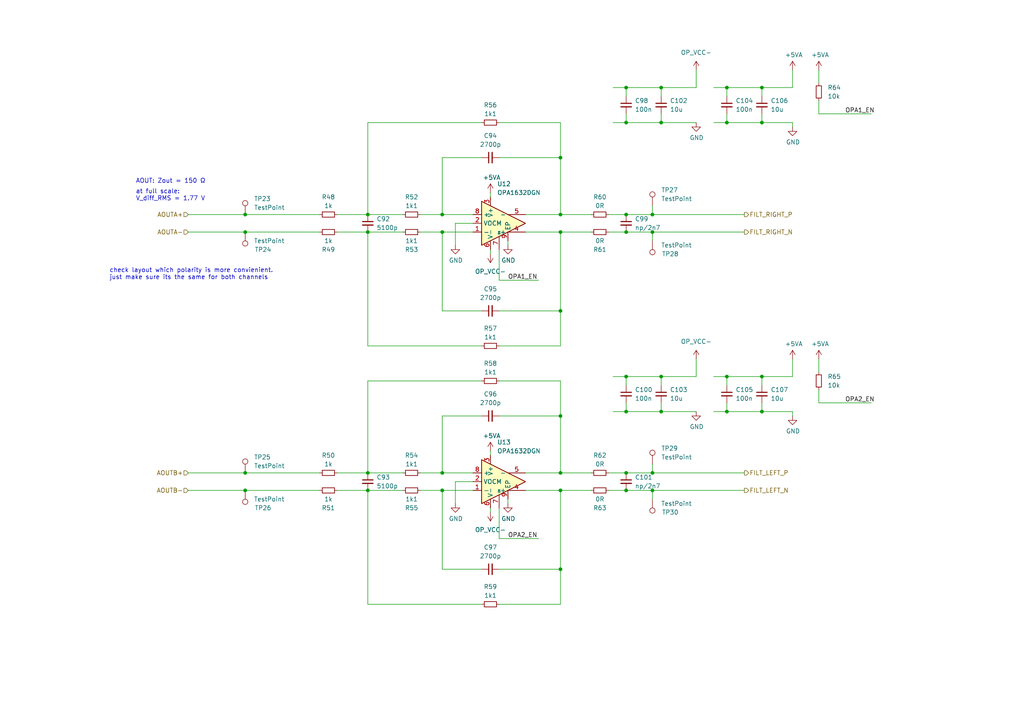
<source format=kicad_sch>
(kicad_sch (version 20230121) (generator eeschema)
  (paper "A4")
  (lib_symbols
    (symbol "Connector:TestPoint" (pin_numbers hide) (pin_names (offset 0.762) hide)
      (property "Reference" "TP" (at 0 6.858 0))
      (property "Value" "TestPoint" (at 0 5.08 0))
      (symbol "TestPoint_0_1"
        (circle (center 0 3.302) (radius 0.762))
      )
      (symbol "TestPoint_1_1"
        (pin passive line (at 0 0 90) (length 2.54) (name "1") (number "1"))
      )
    )
    (symbol "Device:C_Small" (pin_numbers hide) (pin_names (offset 0.254) hide)
      (property "Reference" "C" (at 0.254 1.778 0))
      (property "Value" "C_Small" (at 0.254 -2.032 0))
      (symbol "C_Small_0_1"
        (polyline (pts (xy -1.524 -0.508) (xy 1.524 -0.508)) (stroke (width 0.3302)))
        (polyline (pts (xy -1.524 0.508) (xy 1.524 0.508)) (stroke (width 0.3048)))
      )
      (symbol "C_Small_1_1"
        (pin passive line (at 0 2.54 270) (length 2.032) (name "~") (number "1"))
        (pin passive line (at 0 -2.54 90) (length 2.032) (name "~") (number "2"))
      )
    )
    (symbol "Device:R_Small" (pin_numbers hide) (pin_names (offset 0.254) hide)
      (property "Reference" "R" (at 0.762 0.508 0))
      (property "Value" "R_Small" (at 0.762 -1.016 0))
      (symbol "R_Small_0_1"
        (rectangle (start -0.762 1.778) (end 0.762 -1.778) (stroke (width 0.2032)))
      )
      (symbol "R_Small_1_1"
        (pin passive line (at 0 2.54 270) (length 0.762) (name "~") (number "1"))
        (pin passive line (at 0 -2.54 90) (length 0.762) (name "~") (number "2"))
      )
    )
    (symbol "LNIC_Amplifier_Operational:OPA1632DGNR"
      (property "Reference" "U" (at 6.35 8.89 0))
      (property "Value" "OPA1632DGN" (at 6.35 6.35 0))
      (symbol "OPA1632DGNR_0_1"
        (polyline (pts (xy -5.08 6.35) (xy -5.08 -6.35) (xy 7.62 0) (xy -5.08 6.35)) (stroke (width 0.254)) (fill (type background)))
      )
      (symbol "OPA1632DGNR_1_1"
        (pin input line (at -7.62 -2.54 0) (length 2.54) (name "-") (number "1"))
        (pin input line (at -7.62 0 0) (length 2.54) (name "VOCM") (number "2"))
        (pin power_in line (at -2.54 7.62 270) (length 2.54) (name "V+") (number "3"))
        (pin output line (at 7.62 -2.54 180) (length 5.08) (name "+") (number "4"))
        (pin output line (at 7.62 2.54 180) (length 5.08) (name "-") (number "5"))
        (pin power_in line (at -2.54 -7.62 90) (length 2.54) (name "V-") (number "6"))
        (pin input line (at 0 -7.62 90) (length 3.81) (name "EN") (number "7"))
        (pin input line (at -7.62 2.54 0) (length 2.54) (name "+") (number "8"))
        (pin power_in line (at 2.54 -5.08 90) (length 2.54) (name "EP") (number "9"))
      )
    )
    (symbol "LNIC_Symbols_Power:OP_VCC-" (power) (pin_names (offset 0)) (in_bom no) (on_board no)
      (property "Value" "OP_VCC-" (at 0 3.556 0))
      (symbol "OP_VCC-_0_1"
        (polyline (pts (xy -0.762 1.27) (xy 0 2.54)))
        (polyline (pts (xy 0 0) (xy 0 2.54)))
        (polyline (pts (xy 0 2.54) (xy 0.762 1.27)))
      )
      (symbol "OP_VCC-_1_1"
        (pin power_in line (at 0 0 90) (length 0) hide (name "OP_VCC-") (number "1"))
      )
    )
    (symbol "power:+5VA" (power) (pin_names (offset 0))
      (property "Value" "+5VA" (at 0 3.556 0))
      (symbol "+5VA_0_1"
        (polyline (pts (xy -0.762 1.27) (xy 0 2.54)))
        (polyline (pts (xy 0 0) (xy 0 2.54)))
        (polyline (pts (xy 0 2.54) (xy 0.762 1.27)))
      )
      (symbol "+5VA_1_1"
        (pin power_in line (at 0 0 90) (length 0) hide (name "+5VA") (number "1"))
      )
    )
    (symbol "power:GND" (power) (pin_names (offset 0))
      (property "Value" "GND" (at 0 -3.81 0))
      (symbol "GND_0_1"
        (polyline (pts (xy 0 0) (xy 0 -1.27) (xy 1.27 -1.27) (xy 0 -2.54) (xy -1.27 -1.27) (xy 0 -1.27)))
      )
      (symbol "GND_1_1"
        (pin power_in line (at 0 0 270) (length 0) hide (name "GND") (number "1"))
      )
    )
  )
  (junction (at 162.56 67.31))
  (junction (at 181.61 25.4))
  (junction (at 106.68 137.16))
  (junction (at 210.82 25.4))
  (junction (at 162.56 142.24))
  (junction (at 210.82 119.38))
  (junction (at 220.98 109.22))
  (junction (at 181.61 62.23))
  (junction (at 106.68 67.31))
  (junction (at 191.77 25.4))
  (junction (at 128.27 137.16))
  (junction (at 71.12 67.31))
  (junction (at 128.27 62.23))
  (junction (at 162.56 137.16))
  (junction (at 191.77 119.38))
  (junction (at 189.23 67.31))
  (junction (at 191.77 35.56))
  (junction (at 210.82 35.56))
  (junction (at 71.12 142.24))
  (junction (at 220.98 119.38))
  (junction (at 106.68 62.23))
  (junction (at 189.23 142.24))
  (junction (at 181.61 67.31))
  (junction (at 220.98 25.4))
  (junction (at 162.56 165.1))
  (junction (at 162.56 45.72))
  (junction (at 181.61 142.24))
  (junction (at 128.27 67.31))
  (junction (at 210.82 109.22))
  (junction (at 181.61 119.38))
  (junction (at 181.61 35.56))
  (junction (at 162.56 62.23))
  (junction (at 162.56 120.65))
  (junction (at 106.68 142.24))
  (junction (at 162.56 90.17))
  (junction (at 71.12 137.16))
  (junction (at 128.27 142.24))
  (junction (at 189.23 137.16))
  (junction (at 191.77 109.22))
  (junction (at 189.23 62.23))
  (junction (at 220.98 35.56))
  (junction (at 181.61 109.22))
  (junction (at 181.61 137.16))
  (junction (at 71.12 62.23))
  (wire (pts (xy 97.79 62.23) (xy 106.68 62.23)))
  (wire (pts (xy 237.49 29.21) (xy 237.49 33.02)))
  (wire (pts (xy 220.98 119.38) (xy 229.87 119.38)))
  (wire (pts (xy 189.23 62.23) (xy 215.9 62.23)))
  (wire (pts (xy 128.27 67.31) (xy 137.16 67.31)))
  (wire (pts (xy 144.78 156.21) (xy 156.21 156.21)))
  (wire (pts (xy 139.7 110.49) (xy 106.68 110.49)))
  (wire (pts (xy 189.23 67.31) (xy 215.9 67.31)))
  (wire (pts (xy 191.77 119.38) (xy 181.61 119.38)))
  (wire (pts (xy 181.61 111.76) (xy 181.61 109.22)))
  (wire (pts (xy 144.78 147.32) (xy 144.78 156.21)))
  (wire (pts (xy 139.7 120.65) (xy 128.27 120.65)))
  (wire (pts (xy 106.68 110.49) (xy 106.68 137.16)))
  (wire (pts (xy 177.8 119.38) (xy 181.61 119.38)))
  (wire (pts (xy 71.12 67.31) (xy 92.71 67.31)))
  (wire (pts (xy 210.82 35.56) (xy 220.98 35.56)))
  (wire (pts (xy 191.77 25.4) (xy 191.77 27.94)))
  (wire (pts (xy 210.82 116.84) (xy 210.82 119.38)))
  (wire (pts (xy 121.92 62.23) (xy 128.27 62.23)))
  (wire (pts (xy 128.27 90.17) (xy 128.27 67.31)))
  (wire (pts (xy 128.27 45.72) (xy 128.27 62.23)))
  (wire (pts (xy 220.98 109.22) (xy 229.87 109.22)))
  (wire (pts (xy 144.78 90.17) (xy 162.56 90.17)))
  (wire (pts (xy 181.61 33.02) (xy 181.61 35.56)))
  (wire (pts (xy 220.98 116.84) (xy 220.98 119.38)))
  (wire (pts (xy 132.08 64.77) (xy 137.16 64.77)))
  (wire (pts (xy 210.82 119.38) (xy 220.98 119.38)))
  (wire (pts (xy 106.68 142.24) (xy 116.84 142.24)))
  (wire (pts (xy 176.53 62.23) (xy 181.61 62.23)))
  (wire (pts (xy 152.4 137.16) (xy 162.56 137.16)))
  (wire (pts (xy 191.77 33.02) (xy 191.77 35.56)))
  (wire (pts (xy 144.78 120.65) (xy 162.56 120.65)))
  (wire (pts (xy 189.23 134.62) (xy 189.23 137.16)))
  (wire (pts (xy 181.61 25.4) (xy 191.77 25.4)))
  (wire (pts (xy 220.98 25.4) (xy 229.87 25.4)))
  (wire (pts (xy 147.32 69.85) (xy 147.32 71.12)))
  (wire (pts (xy 201.93 119.38) (xy 191.77 119.38)))
  (wire (pts (xy 237.49 33.02) (xy 252.73 33.02)))
  (wire (pts (xy 128.27 165.1) (xy 128.27 142.24)))
  (wire (pts (xy 144.78 175.26) (xy 162.56 175.26)))
  (wire (pts (xy 162.56 142.24) (xy 171.45 142.24)))
  (wire (pts (xy 237.49 20.32) (xy 237.49 24.13)))
  (wire (pts (xy 128.27 62.23) (xy 137.16 62.23)))
  (wire (pts (xy 139.7 175.26) (xy 106.68 175.26)))
  (wire (pts (xy 220.98 35.56) (xy 229.87 35.56)))
  (wire (pts (xy 207.01 119.38) (xy 210.82 119.38)))
  (wire (pts (xy 97.79 142.24) (xy 106.68 142.24)))
  (wire (pts (xy 144.78 165.1) (xy 162.56 165.1)))
  (wire (pts (xy 139.7 45.72) (xy 128.27 45.72)))
  (wire (pts (xy 132.08 139.7) (xy 137.16 139.7)))
  (wire (pts (xy 207.01 35.56) (xy 210.82 35.56)))
  (wire (pts (xy 144.78 100.33) (xy 162.56 100.33)))
  (wire (pts (xy 152.4 142.24) (xy 162.56 142.24)))
  (wire (pts (xy 147.32 144.78) (xy 147.32 146.05)))
  (wire (pts (xy 142.24 130.81) (xy 142.24 132.08)))
  (wire (pts (xy 237.49 116.84) (xy 252.73 116.84)))
  (wire (pts (xy 181.61 27.94) (xy 181.61 25.4)))
  (wire (pts (xy 181.61 142.24) (xy 189.23 142.24)))
  (wire (pts (xy 139.7 35.56) (xy 106.68 35.56)))
  (wire (pts (xy 220.98 33.02) (xy 220.98 35.56)))
  (wire (pts (xy 128.27 142.24) (xy 137.16 142.24)))
  (wire (pts (xy 176.53 137.16) (xy 181.61 137.16)))
  (wire (pts (xy 71.12 142.24) (xy 92.71 142.24)))
  (wire (pts (xy 71.12 137.16) (xy 92.71 137.16)))
  (wire (pts (xy 142.24 72.39) (xy 142.24 73.66)))
  (wire (pts (xy 106.68 175.26) (xy 106.68 142.24)))
  (wire (pts (xy 210.82 109.22) (xy 210.82 111.76)))
  (wire (pts (xy 162.56 165.1) (xy 162.56 142.24)))
  (wire (pts (xy 106.68 62.23) (xy 116.84 62.23)))
  (wire (pts (xy 106.68 100.33) (xy 106.68 67.31)))
  (wire (pts (xy 189.23 59.69) (xy 189.23 62.23)))
  (wire (pts (xy 162.56 45.72) (xy 162.56 35.56)))
  (wire (pts (xy 237.49 113.03) (xy 237.49 116.84)))
  (wire (pts (xy 201.93 20.32) (xy 201.93 25.4)))
  (wire (pts (xy 201.93 35.56) (xy 191.77 35.56)))
  (wire (pts (xy 128.27 120.65) (xy 128.27 137.16)))
  (wire (pts (xy 152.4 62.23) (xy 162.56 62.23)))
  (wire (pts (xy 144.78 72.39) (xy 144.78 81.28)))
  (wire (pts (xy 128.27 137.16) (xy 137.16 137.16)))
  (wire (pts (xy 162.56 35.56) (xy 144.78 35.56)))
  (wire (pts (xy 54.61 142.24) (xy 71.12 142.24)))
  (wire (pts (xy 162.56 110.49) (xy 144.78 110.49)))
  (wire (pts (xy 121.92 137.16) (xy 128.27 137.16)))
  (wire (pts (xy 220.98 25.4) (xy 220.98 27.94)))
  (wire (pts (xy 132.08 71.12) (xy 132.08 64.77)))
  (wire (pts (xy 191.77 25.4) (xy 201.93 25.4)))
  (wire (pts (xy 181.61 137.16) (xy 189.23 137.16)))
  (wire (pts (xy 229.87 104.14) (xy 229.87 109.22)))
  (wire (pts (xy 207.01 109.22) (xy 210.82 109.22)))
  (wire (pts (xy 144.78 81.28) (xy 156.21 81.28)))
  (wire (pts (xy 97.79 67.31) (xy 106.68 67.31)))
  (wire (pts (xy 181.61 62.23) (xy 189.23 62.23)))
  (wire (pts (xy 121.92 67.31) (xy 128.27 67.31)))
  (wire (pts (xy 162.56 67.31) (xy 171.45 67.31)))
  (wire (pts (xy 191.77 116.84) (xy 191.77 119.38)))
  (wire (pts (xy 181.61 67.31) (xy 189.23 67.31)))
  (wire (pts (xy 162.56 90.17) (xy 162.56 67.31)))
  (wire (pts (xy 191.77 35.56) (xy 181.61 35.56)))
  (wire (pts (xy 220.98 109.22) (xy 220.98 111.76)))
  (wire (pts (xy 139.7 165.1) (xy 128.27 165.1)))
  (wire (pts (xy 139.7 100.33) (xy 106.68 100.33)))
  (wire (pts (xy 132.08 146.05) (xy 132.08 139.7)))
  (wire (pts (xy 162.56 175.26) (xy 162.56 165.1)))
  (wire (pts (xy 142.24 147.32) (xy 142.24 148.59)))
  (wire (pts (xy 162.56 100.33) (xy 162.56 90.17)))
  (wire (pts (xy 106.68 67.31) (xy 116.84 67.31)))
  (wire (pts (xy 139.7 90.17) (xy 128.27 90.17)))
  (wire (pts (xy 162.56 137.16) (xy 171.45 137.16)))
  (wire (pts (xy 191.77 109.22) (xy 191.77 111.76)))
  (wire (pts (xy 106.68 137.16) (xy 116.84 137.16)))
  (wire (pts (xy 54.61 62.23) (xy 71.12 62.23)))
  (wire (pts (xy 210.82 25.4) (xy 210.82 27.94)))
  (wire (pts (xy 142.24 55.88) (xy 142.24 57.15)))
  (wire (pts (xy 144.78 45.72) (xy 162.56 45.72)))
  (wire (pts (xy 210.82 33.02) (xy 210.82 35.56)))
  (wire (pts (xy 181.61 116.84) (xy 181.61 119.38)))
  (wire (pts (xy 189.23 144.78) (xy 189.23 142.24)))
  (wire (pts (xy 71.12 62.23) (xy 92.71 62.23)))
  (wire (pts (xy 177.8 25.4) (xy 181.61 25.4)))
  (wire (pts (xy 229.87 20.32) (xy 229.87 25.4)))
  (wire (pts (xy 162.56 120.65) (xy 162.56 110.49)))
  (wire (pts (xy 207.01 25.4) (xy 210.82 25.4)))
  (wire (pts (xy 162.56 120.65) (xy 162.56 137.16)))
  (wire (pts (xy 191.77 109.22) (xy 201.93 109.22)))
  (wire (pts (xy 162.56 45.72) (xy 162.56 62.23)))
  (wire (pts (xy 210.82 25.4) (xy 220.98 25.4)))
  (wire (pts (xy 210.82 109.22) (xy 220.98 109.22)))
  (wire (pts (xy 97.79 137.16) (xy 106.68 137.16)))
  (wire (pts (xy 181.61 109.22) (xy 191.77 109.22)))
  (wire (pts (xy 54.61 137.16) (xy 71.12 137.16)))
  (wire (pts (xy 176.53 142.24) (xy 181.61 142.24)))
  (wire (pts (xy 152.4 67.31) (xy 162.56 67.31)))
  (wire (pts (xy 189.23 137.16) (xy 215.9 137.16)))
  (wire (pts (xy 176.53 67.31) (xy 181.61 67.31)))
  (wire (pts (xy 189.23 142.24) (xy 215.9 142.24)))
  (wire (pts (xy 229.87 119.38) (xy 229.87 120.65)))
  (wire (pts (xy 237.49 104.14) (xy 237.49 107.95)))
  (wire (pts (xy 121.92 142.24) (xy 128.27 142.24)))
  (wire (pts (xy 189.23 69.85) (xy 189.23 67.31)))
  (wire (pts (xy 162.56 62.23) (xy 171.45 62.23)))
  (wire (pts (xy 177.8 109.22) (xy 181.61 109.22)))
  (wire (pts (xy 177.8 35.56) (xy 181.61 35.56)))
  (wire (pts (xy 54.61 67.31) (xy 71.12 67.31)))
  (wire (pts (xy 106.68 35.56) (xy 106.68 62.23)))
  (wire (pts (xy 201.93 104.14) (xy 201.93 109.22)))
  (wire (pts (xy 229.87 35.56) (xy 229.87 36.83)))
  (text "at full scale:\nV_diff_RMS = 1.77 V" (at 39.37 58.42 0) (effects (font (size 1.27 1.27)) (justify left bottom)))
  (text "check layout which polarity is more convienient.\njust make sure its the same for both channels" (at 31.75 81.28 0) (effects (font (size 1.27 1.27)) (justify left bottom)))
  (text "AOUT: Zout = 150 Ω" (at 39.37 53.34 0) (effects (font (size 1.27 1.27)) (justify left bottom)))
  (label "OPA1_EN" (at 147.32 81.28 0))
  (label "OPA2_EN" (at 147.32 156.21 0))
  (label "OPA2_EN" (at 245.11 116.84 0))
  (label "OPA1_EN" (at 245.11 33.02 0))
  (hierarchical_label "AOUTA-" (shape input) (at 54.61 67.31 180))
  (hierarchical_label "AOUTB+" (shape input) (at 54.61 137.16 180))
  (hierarchical_label "FILT_LEFT_N" (shape output) (at 215.9 142.24 0))
  (hierarchical_label "FILT_RIGHT_N" (shape output) (at 215.9 67.31 0))
  (hierarchical_label "AOUTB-" (shape input) (at 54.61 142.24 180))
  (hierarchical_label "AOUTA+" (shape input) (at 54.61 62.23 180))
  (hierarchical_label "FILT_LEFT_P" (shape output) (at 215.9 137.16 0))
  (hierarchical_label "FILT_RIGHT_P" (shape output) (at 215.9 62.23 0))
  (symbol (lib_id "Device:C_Small") (at 181.61 114.3 0) (unit 1)
    (property "Reference" "C100" (at 184.15 113.0363 0) (effects (justify left)))
    (property "Value" "100n" (at 184.15 115.5763 0) (effects (justify left)))
    (property "Footprint" "Capacitor_SMD:C_0603_1608Metric" (effects hide))
  )
  (symbol (lib_id "Device:C_Small") (at 106.68 64.77 0) (unit 1)
    (property "Reference" "C92" (at 109.22 63.5063 0) (effects (justify left)))
    (property "Value" "5100p" (at 109.22 66.0463 0) (effects (justify left)))
    (property "Footprint" "Capacitor_SMD:C_0603_1608Metric" (effects hide))
  )
  (symbol (lib_id "Device:C_Small") (at 181.61 64.77 0) (unit 1)
    (property "Reference" "C99" (at 184.15 63.5063 0) (effects (justify left)))
    (property "Value" "np/2n7" (at 184.15 66.0463 0) (effects (justify left)))
    (property "Footprint" "Capacitor_SMD:C_0603_1608Metric" (effects hide))
  )
  (symbol (lib_id "Connector:TestPoint") (at 189.23 144.78 180) (unit 1)
    (property "Reference" "TP30" (at 196.85 148.59 0) (effects (justify left)))
    (property "Value" "TestPoint" (at 200.66 146.05 0) (effects (justify left)))
    (property "Footprint" "TestPoint:TestPoint_Pad_D2.0mm" (effects hide))
  )
  (symbol (lib_id "Connector:TestPoint") (at 71.12 137.16 0) (unit 1)
    (property "Reference" "TP25" (at 73.66 132.588 0) (effects (justify left)))
    (property "Value" "TestPoint" (at 73.66 135.128 0) (effects (justify left)))
    (property "Footprint" "TestPoint:TestPoint_Pad_D2.0mm" (effects hide))
  )
  (symbol (lib_id "Device:C_Small") (at 220.98 114.3 0) (unit 1)
    (property "Reference" "C107" (at 223.52 113.0363 0) (effects (justify left)))
    (property "Value" "10u" (at 223.52 115.5763 0) (effects (justify left)))
    (property "Footprint" "Capacitor_SMD:C_0603_1608Metric" (effects hide))
  )
  (symbol (lib_id "power:GND") (at 229.87 120.65 0) (unit 1)
    (property "Reference" "#PWR?" (effects hide))
    (property "Value" "GND" (at 229.997 125.0442 0))
    (instances (project "ample" (path "" (reference "#PWR?") (unit 1)) (path "" (reference "#PWR?") (unit 1)) (path "" (reference "#PWR0154") (unit 1))))
  )
  (symbol (lib_id "Device:R_Small") (at 95.25 62.23 90) (unit 1)
    (property "Reference" "R48" (at 95.25 57.15 90))
    (property "Value" "1k" (at 95.25 59.69 90))
    (property "Footprint" "Resistor_SMD:R_0603_1608Metric" (effects hide))
  )
  (symbol (lib_id "Device:R_Small") (at 173.99 62.23 90) (unit 1)
    (property "Reference" "R60" (at 173.99 57.15 90))
    (property "Value" "0R" (at 173.99 59.69 90))
    (property "Footprint" "Resistor_SMD:R_0603_1608Metric" (effects hide))
  )
  (symbol (lib_id "Device:C_Small") (at 142.24 45.72 90) (unit 1)
    (property "Reference" "C94" (at 142.2463 39.37 90))
    (property "Value" "2700p" (at 142.2463 41.91 90))
    (property "Footprint" "Capacitor_SMD:C_0603_1608Metric" (effects hide))
  )
  (symbol (lib_id "Device:C_Small") (at 220.98 30.48 0) (unit 1)
    (property "Reference" "C106" (at 223.52 29.2163 0) (effects (justify left)))
    (property "Value" "10u" (at 223.52 31.7563 0) (effects (justify left)))
    (property "Footprint" "Capacitor_SMD:C_0603_1608Metric" (effects hide))
  )
  (symbol (lib_id "Device:R_Small") (at 237.49 110.49 0) (unit 1)
    (property "Reference" "R65" (at 240.03 109.22 0) (effects (justify left)))
    (property "Value" "10k" (at 240.03 111.76 0) (effects (justify left)))
    (property "Footprint" "Resistor_SMD:R_0603_1608Metric" (effects hide))
  )
  (symbol (lib_id "power:GND") (at 201.93 35.56 0) (unit 1)
    (property "Reference" "#PWR?" (effects hide))
    (property "Value" "GND" (at 202.057 39.9542 0))
    (instances (project "ample" (path "" (reference "#PWR?") (unit 1)) (path "" (reference "#PWR?") (unit 1)) (path "" (reference "#PWR0148") (unit 1))))
  )
  (symbol (lib_id "power:GND") (at 147.32 71.12 0) (unit 1)
    (property "Reference" "#PWR?" (effects hide))
    (property "Value" "GND" (at 147.447 75.5142 0))
    (instances (project "ample" (path "" (reference "#PWR?") (unit 1)) (path "" (reference "#PWR?") (unit 1)) (path "" (reference "#PWR0145") (unit 1))))
  )
  (symbol (lib_id "power:GND") (at 132.08 71.12 0) (unit 1)
    (property "Reference" "#PWR?" (effects hide))
    (property "Value" "GND" (at 132.207 75.5142 0))
    (instances (project "ample" (path "" (reference "#PWR?") (unit 1)) (path "" (reference "#PWR?") (unit 1)) (path "" (reference "#PWR0139") (unit 1))))
  )
  (symbol (lib_id "Device:C_Small") (at 191.77 30.48 0) (unit 1)
    (property "Reference" "C102" (at 194.31 29.2163 0) (effects (justify left)))
    (property "Value" "10u" (at 194.31 31.7563 0) (effects (justify left)))
    (property "Footprint" "Capacitor_SMD:C_0603_1608Metric" (effects hide))
  )
  (symbol (lib_id "Device:R_Small") (at 95.25 67.31 90) (unit 1)
    (property "Reference" "R49" (at 95.25 72.39 90))
    (property "Value" "1k" (at 95.25 69.85 90))
    (property "Footprint" "Resistor_SMD:R_0603_1608Metric" (effects hide))
  )
  (symbol (lib_id "Device:R_Small") (at 142.24 110.49 90) (unit 1)
    (property "Reference" "R58" (at 142.24 105.41 90))
    (property "Value" "1k1" (at 142.24 107.95 90))
    (property "Footprint" "Resistor_SMD:R_0603_1608Metric" (effects hide))
  )
  (symbol (lib_id "Device:R_Small") (at 119.38 67.31 90) (unit 1)
    (property "Reference" "R53" (at 119.38 72.39 90))
    (property "Value" "1k1" (at 119.38 69.85 90))
    (property "Footprint" "Resistor_SMD:R_0603_1608Metric" (effects hide))
  )
  (symbol (lib_id "Device:C_Small") (at 181.61 30.48 0) (unit 1)
    (property "Reference" "C98" (at 184.15 29.2163 0) (effects (justify left)))
    (property "Value" "100n" (at 184.15 31.7563 0) (effects (justify left)))
    (property "Footprint" "Capacitor_SMD:C_0603_1608Metric" (effects hide))
  )
  (symbol (lib_id "Device:C_Small") (at 191.77 114.3 0) (unit 1)
    (property "Reference" "C103" (at 194.31 113.0363 0) (effects (justify left)))
    (property "Value" "10u" (at 194.31 115.5763 0) (effects (justify left)))
    (property "Footprint" "Capacitor_SMD:C_0603_1608Metric" (effects hide))
  )
  (symbol (lib_id "Device:R_Small") (at 173.99 67.31 90) (unit 1)
    (property "Reference" "R61" (at 173.99 72.39 90))
    (property "Value" "0R" (at 173.99 69.85 90))
    (property "Footprint" "Resistor_SMD:R_0603_1608Metric" (effects hide))
  )
  (symbol (lib_id "Device:R_Small") (at 119.38 142.24 90) (unit 1)
    (property "Reference" "R55" (at 119.38 147.32 90))
    (property "Value" "1k1" (at 119.38 144.78 90))
    (property "Footprint" "Resistor_SMD:R_0603_1608Metric" (effects hide))
  )
  (symbol (lib_id "Device:R_Small") (at 142.24 100.33 90) (unit 1)
    (property "Reference" "R57" (at 142.24 95.25 90))
    (property "Value" "1k1" (at 142.24 97.79 90))
    (property "Footprint" "Resistor_SMD:R_0603_1608Metric" (effects hide))
  )
  (symbol (lib_id "Device:R_Small") (at 173.99 142.24 90) (unit 1)
    (property "Reference" "R63" (at 173.99 147.32 90))
    (property "Value" "0R" (at 173.99 144.78 90))
    (property "Footprint" "Resistor_SMD:R_0603_1608Metric" (effects hide))
  )
  (symbol (lib_id "Device:C_Small") (at 181.61 139.7 0) (unit 1)
    (property "Reference" "C101" (at 184.15 138.4363 0) (effects (justify left)))
    (property "Value" "np/2n7" (at 184.15 140.9763 0) (effects (justify left)))
    (property "Footprint" "Capacitor_SMD:C_0603_1608Metric" (effects hide))
  )
  (symbol (lib_id "Device:R_Small") (at 119.38 137.16 90) (unit 1)
    (property "Reference" "R54" (at 119.38 132.08 90))
    (property "Value" "1k1" (at 119.38 134.62 90))
    (property "Footprint" "Resistor_SMD:R_0603_1608Metric" (effects hide))
  )
  (symbol (lib_id "Device:R_Small") (at 95.25 137.16 90) (unit 1)
    (property "Reference" "R50" (at 95.25 132.08 90))
    (property "Value" "1k" (at 95.25 134.62 90))
    (property "Footprint" "Resistor_SMD:R_0603_1608Metric" (effects hide))
  )
  (symbol (lib_id "power:+5VA") (at 229.87 20.32 0) (unit 1)
    (property "Reference" "#PWR?" (effects hide))
    (property "Value" "+5VA" (at 230.251 15.9258 0))
    (instances (project "ample" (path "" (reference "#PWR?") (unit 1)) (path "" (reference "#PWR0151") (unit 1))))
  )
  (symbol (lib_id "Device:R_Small") (at 142.24 175.26 90) (unit 1)
    (property "Reference" "R59" (at 142.24 170.18 90))
    (property "Value" "1k1" (at 142.24 172.72 90))
    (property "Footprint" "Resistor_SMD:R_0603_1608Metric" (effects hide))
  )
  (symbol (lib_id "Device:C_Small") (at 106.68 139.7 0) (unit 1)
    (property "Reference" "C93" (at 109.22 138.4363 0) (effects (justify left)))
    (property "Value" "5100p" (at 109.22 140.9763 0) (effects (justify left)))
    (property "Footprint" "Capacitor_SMD:C_0603_1608Metric" (effects hide))
  )
  (symbol (lib_id "LNIC_Amplifier_Operational:OPA1632DGNR") (at 144.78 64.77 0) (unit 1)
    (property "Reference" "U12" (at 144.1959 53.34 0) (effects (justify left)))
    (property "Value" "OPA1632DGN" (at 144.1959 55.88 0) (effects (justify left)))
    (property "Footprint" "LNIC_Package_SO:VSSOP-8_3.0x3.0mm_P0.65mm_EP1.57x1.89mm" (effects hide))
    (property "Datasheet" "https://www.ti.com/lit/ds/symlink/opa1632.pdf" (effects hide))
  )
  (symbol (lib_id "Device:C_Small") (at 142.24 90.17 90) (unit 1)
    (property "Reference" "C95" (at 142.2463 83.82 90))
    (property "Value" "2700p" (at 142.2463 86.36 90))
    (property "Footprint" "Capacitor_SMD:C_0603_1608Metric" (effects hide))
  )
  (symbol (lib_id "power:+5VA") (at 237.49 20.32 0) (unit 1)
    (property "Reference" "#PWR?" (effects hide))
    (property "Value" "+5VA" (at 237.871 15.9258 0))
    (instances (project "ample" (path "" (reference "#PWR?") (unit 1)) (path "" (reference "#PWR0155") (unit 1))))
  )
  (symbol (lib_id "Device:C_Small") (at 142.24 120.65 90) (unit 1)
    (property "Reference" "C96" (at 142.2463 114.3 90))
    (property "Value" "2700p" (at 142.2463 116.84 90))
    (property "Footprint" "Capacitor_SMD:C_0603_1608Metric" (effects hide))
  )
  (symbol (lib_id "power:GND") (at 132.08 146.05 0) (unit 1)
    (property "Reference" "#PWR?" (effects hide))
    (property "Value" "GND" (at 132.207 150.4442 0))
    (instances (project "ample" (path "" (reference "#PWR?") (unit 1)) (path "" (reference "#PWR?") (unit 1)) (path "" (reference "#PWR0140") (unit 1))))
  )
  (symbol (lib_id "power:+5VA") (at 142.24 130.81 0) (unit 1)
    (property "Reference" "#PWR?" (effects hide))
    (property "Value" "+5VA" (at 142.621 126.4158 0))
    (instances (project "ample" (path "" (reference "#PWR?") (unit 1)) (path "" (reference "#PWR0143") (unit 1))))
  )
  (symbol (lib_id "LNIC_Symbols_Power:OP_VCC-") (at 201.93 104.14 0) (unit 1) (in_bom no) (on_board no)
    (property "Reference" "#PWR?" (effects hide))
    (property "Value" "OP_VCC-" (at 201.93 99.06 0))
    (instances (project "ample" (path "" (reference "#PWR?") (unit 1)) (path "" (reference "#PWR0149") (unit 1))))
  )
  (symbol (lib_id "Device:R_Small") (at 119.38 62.23 90) (unit 1)
    (property "Reference" "R52" (at 119.38 57.15 90))
    (property "Value" "1k1" (at 119.38 59.69 90))
    (property "Footprint" "Resistor_SMD:R_0603_1608Metric" (effects hide))
  )
  (symbol (lib_id "power:+5VA") (at 237.49 104.14 0) (unit 1)
    (property "Reference" "#PWR?" (effects hide))
    (property "Value" "+5VA" (at 237.871 99.7458 0))
    (instances (project "ample" (path "" (reference "#PWR?") (unit 1)) (path "" (reference "#PWR0156") (unit 1))))
  )
  (symbol (lib_id "LNIC_Symbols_Power:OP_VCC-") (at 201.93 20.32 0) (unit 1) (in_bom no) (on_board no)
    (property "Reference" "#PWR?" (effects hide))
    (property "Value" "OP_VCC-" (at 201.93 15.24 0))
    (instances (project "ample" (path "" (reference "#PWR?") (unit 1)) (path "" (reference "#PWR0147") (unit 1))))
  )
  (symbol (lib_id "power:+5VA") (at 142.24 55.88 0) (unit 1)
    (property "Reference" "#PWR?" (effects hide))
    (property "Value" "+5VA" (at 142.621 51.4858 0))
    (instances (project "ample" (path "" (reference "#PWR?") (unit 1)) (path "" (reference "#PWR0141") (unit 1))))
  )
  (symbol (lib_id "Device:R_Small") (at 142.24 35.56 90) (unit 1)
    (property "Reference" "R56" (at 142.24 30.48 90))
    (property "Value" "1k1" (at 142.24 33.02 90))
    (property "Footprint" "Resistor_SMD:R_0603_1608Metric" (effects hide))
  )
  (symbol (lib_id "LNIC_Symbols_Power:OP_VCC-") (at 142.24 73.66 180) (unit 1) (in_bom no) (on_board no)
    (property "Reference" "#PWR?" (effects hide))
    (property "Value" "OP_VCC-" (at 142.24 78.74 0))
    (instances (project "ample" (path "" (reference "#PWR?") (unit 1)) (path "" (reference "#PWR0142") (unit 1))))
  )
  (symbol (lib_id "power:+5VA") (at 229.87 104.14 0) (unit 1)
    (property "Reference" "#PWR?" (effects hide))
    (property "Value" "+5VA" (at 230.251 99.7458 0))
    (instances (project "ample" (path "" (reference "#PWR?") (unit 1)) (path "" (reference "#PWR0153") (unit 1))))
  )
  (symbol (lib_id "LNIC_Symbols_Power:OP_VCC-") (at 142.24 148.59 180) (unit 1) (in_bom no) (on_board no)
    (property "Reference" "#PWR?" (effects hide))
    (property "Value" "OP_VCC-" (at 142.24 153.67 0))
    (instances (project "ample" (path "" (reference "#PWR?") (unit 1)) (path "" (reference "#PWR0144") (unit 1))))
  )
  (symbol (lib_id "Connector:TestPoint") (at 71.12 62.23 0) (unit 1)
    (property "Reference" "TP23" (at 73.66 57.658 0) (effects (justify left)))
    (property "Value" "TestPoint" (at 73.66 60.198 0) (effects (justify left)))
    (property "Footprint" "TestPoint:TestPoint_Pad_D2.0mm" (effects hide))
  )
  (symbol (lib_id "Device:C_Small") (at 142.24 165.1 90) (unit 1)
    (property "Reference" "C97" (at 142.2463 158.75 90))
    (property "Value" "2700p" (at 142.2463 161.29 90))
    (property "Footprint" "Capacitor_SMD:C_0603_1608Metric" (effects hide))
  )
  (symbol (lib_id "Device:R_Small") (at 237.49 26.67 0) (unit 1)
    (property "Reference" "R64" (at 240.03 25.4 0) (effects (justify left)))
    (property "Value" "10k" (at 240.03 27.94 0) (effects (justify left)))
    (property "Footprint" "Resistor_SMD:R_0603_1608Metric" (effects hide))
  )
  (symbol (lib_id "Connector:TestPoint") (at 189.23 59.69 0) (unit 1)
    (property "Reference" "TP27" (at 191.77 55.118 0) (effects (justify left)))
    (property "Value" "TestPoint" (at 191.77 57.658 0) (effects (justify left)))
    (property "Footprint" "TestPoint:TestPoint_Pad_D2.0mm" (effects hide))
  )
  (symbol (lib_id "Device:C_Small") (at 210.82 30.48 0) (unit 1)
    (property "Reference" "C104" (at 213.36 29.2163 0) (effects (justify left)))
    (property "Value" "100n" (at 213.36 31.7563 0) (effects (justify left)))
    (property "Footprint" "Capacitor_SMD:C_0603_1608Metric" (effects hide))
  )
  (symbol (lib_id "Connector:TestPoint") (at 189.23 69.85 180) (unit 1)
    (property "Reference" "TP28" (at 196.85 73.66 0) (effects (justify left)))
    (property "Value" "TestPoint" (at 200.66 71.12 0) (effects (justify left)))
    (property "Footprint" "TestPoint:TestPoint_Pad_D2.0mm" (effects hide))
  )
  (symbol (lib_id "Connector:TestPoint") (at 71.12 67.31 180) (unit 1)
    (property "Reference" "TP24" (at 78.74 72.39 0) (effects (justify left)))
    (property "Value" "TestPoint" (at 82.55 69.85 0) (effects (justify left)))
    (property "Footprint" "TestPoint:TestPoint_Pad_D2.0mm" (effects hide))
  )
  (symbol (lib_id "Device:R_Small") (at 173.99 137.16 90) (unit 1)
    (property "Reference" "R62" (at 173.99 132.08 90))
    (property "Value" "0R" (at 173.99 134.62 90))
    (property "Footprint" "Resistor_SMD:R_0603_1608Metric" (effects hide))
  )
  (symbol (lib_id "Connector:TestPoint") (at 189.23 134.62 0) (unit 1)
    (property "Reference" "TP29" (at 191.77 130.048 0) (effects (justify left)))
    (property "Value" "TestPoint" (at 191.77 132.588 0) (effects (justify left)))
    (property "Footprint" "TestPoint:TestPoint_Pad_D2.0mm" (effects hide))
  )
  (symbol (lib_id "Connector:TestPoint") (at 71.12 142.24 180) (unit 1)
    (property "Reference" "TP26" (at 78.74 147.32 0) (effects (justify left)))
    (property "Value" "TestPoint" (at 82.55 144.78 0) (effects (justify left)))
    (property "Footprint" "TestPoint:TestPoint_Pad_D2.0mm" (effects hide))
  )
  (symbol (lib_id "power:GND") (at 201.93 119.38 0) (unit 1)
    (property "Reference" "#PWR?" (effects hide))
    (property "Value" "GND" (at 202.057 123.7742 0))
    (instances (project "ample" (path "" (reference "#PWR?") (unit 1)) (path "" (reference "#PWR?") (unit 1)) (path "" (reference "#PWR0150") (unit 1))))
  )
  (symbol (lib_id "LNIC_Amplifier_Operational:OPA1632DGNR") (at 144.78 139.7 0) (unit 1)
    (property "Reference" "U13" (at 144.1959 128.27 0) (effects (justify left)))
    (property "Value" "OPA1632DGN" (at 144.1959 130.81 0) (effects (justify left)))
    (property "Footprint" "LNIC_Package_SO:VSSOP-8_3.0x3.0mm_P0.65mm_EP1.57x1.89mm" (effects hide))
    (property "Datasheet" "https://www.ti.com/lit/ds/symlink/opa1632.pdf" (effects hide))
  )
  (symbol (lib_id "power:GND") (at 229.87 36.83 0) (unit 1)
    (property "Reference" "#PWR?" (effects hide))
    (property "Value" "GND" (at 229.997 41.2242 0))
    (instances (project "ample" (path "" (reference "#PWR?") (unit 1)) (path "" (reference "#PWR?") (unit 1)) (path "" (reference "#PWR0152") (unit 1))))
  )
  (symbol (lib_id "Device:C_Small") (at 210.82 114.3 0) (unit 1)
    (property "Reference" "C105" (at 213.36 113.0363 0) (effects (justify left)))
    (property "Value" "100n" (at 213.36 115.5763 0) (effects (justify left)))
    (property "Footprint" "Capacitor_SMD:C_0603_1608Metric" (effects hide))
  )
  (symbol (lib_id "power:GND") (at 147.32 146.05 0) (unit 1)
    (property "Reference" "#PWR?" (effects hide))
    (property "Value" "GND" (at 147.447 150.4442 0))
    (instances (project "ample" (path "" (reference "#PWR?") (unit 1)) (path "" (reference "#PWR?") (unit 1)) (path "" (reference "#PWR0146") (unit 1))))
  )
  (symbol (lib_id "Device:R_Small") (at 95.25 142.24 90) (unit 1)
    (property "Reference" "R51" (at 95.25 147.32 90))
    (property "Value" "1k" (at 95.25 144.78 90))
    (property "Footprint" "Resistor_SMD:R_0603_1608Metric" (effects hide))
  )
)
</source>
